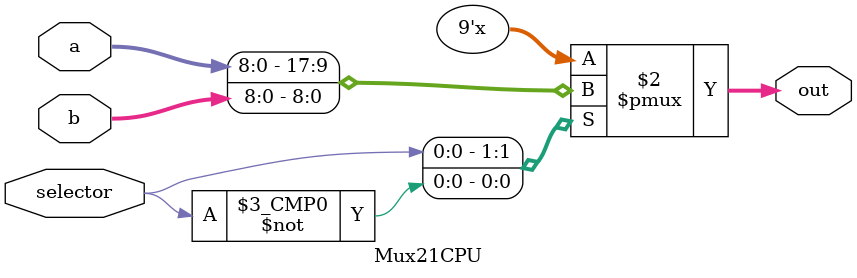
<source format=v>


// `define Wait 3'b000
// `define Decode 3'b001
// `define GetA 3'b010
// `define GetB 3'b011
// `define ExecuteOperation 3'b100
// `define WriteReg 3'b101
// `define Writelmm 3'b110

// NEW STATE ENCODING

// `define Wait 4'b0000

`define RST 5'b00000  // 1st
`define Decode 5'b00001 // 5th
`define GetA 5'b00010
`define GetB 5'b00011
`define GetRd 5'b10111 // load Rd into Register B


`define MOV_Rd_Rm 5'b00100
`define ADD 5'b00101
`define CMP 5'b00110
`define AND 5'b00111 
`define MVN 5'b01000
`define LDR 5'b01001 // LDR branch for loading R[rn] + sx(im5) into register C
`define STR 5'b01010
`define LDR_MEM_DA 5'b01011 // LDR branch for loading R[rn] + sx(im5) into Data Address register
`define LDR_MEM_MDATA 5'b01100 // LDR branch for setting mem_cmd to MREAD and addr_sel to 0 so that mdata gets value from memory
`define LDR_MEM_Rd 5'b01101 // LDR branch for writing M [ R[rn] + sx(im5) ] into Rd


`define STR_MEM_DA 5'b01110 // STR branch for loading R[rn] + sx(im5) into Data Address register
`define STR_MEM_DIN 5'b01111 // STR branch for keeping R[rn] + sx(im5) into Data Address register and changing datapath_out
`define STR_MEM_RAM 5'b10000 // STR branch for loading Rd into address R[rn] + sx(im5) into RAM


`define WriteReg 5'b10001
`define Writelmm 5'b10010

// NEW ADDITIONAL STATES LAB7

`define IF1 5'b10011 // 2nd
`define IF2 5'b10100 // 3rd
`define UpdatePC 5'b10101 // 4th
`define HALT 5'b10110

`define MNONE 2'b00
`define MREAD 2'b01
`define MWRITE 2'b10


module cpu(clk,reset,read_data,write_data,mem_addr,mem_cmd,N,V,Z);
input clk, reset;
input [15:0] read_data; // 16 bits wide
output [15:0] write_data; // 16 bits wide
output [8:0] mem_addr; // 9 bits wide
output [1:0] mem_cmd; // 2 bits wide
output N, V, Z;


wire load_ir; // wire from SM to IR

wire [15:0] IR_out; // wire coming out of instruction register

// Instruction Resister
registerCPU #(16) IR(read_data, load_ir, clk, IR_out);

wire [1:0] nsel; // determins Rn, Rd, Rm // from Controller FSM
wire [2:0] opcode; // to Controller FSM [15:13]
wire [1:0] op; // to Controller FSM [12:11]
wire [2:0] Rn; // register [10:8]
wire [2:0] Rd; // register [7:5]
wire [2:0] Rm; // register [2:0]
wire [2:0] readnum; // comes out of Mux31
wire [2:0] writenum; // comes out of Mux31
wire [1:0] shift; // shift [4:3]
wire [7:0] imm8; // [7:0]
wire [15:0] sximm8; // after sign extend
wire [4:0] imm5; // [4:0]
wire [15:0] sximm5; // after sign extend
wire [1:0] ALUop; // [12:11]

// Instruction Decoder
InstructionDecoder ID(IR_out, nsel, opcode, op, Rn, Rd, Rm, readnum, writenum,
                        shift, imm8, sximm8, imm5, sximm5, ALUop); // Dis good

// wires for StateMachine

wire loada, loadb, loadc, loads, write; // wires connecting from statemachine to datapath

wire [1:0] vsel; // 2 bits wide, connecting statemachine to datapath

wire asel, bsel; // wires connecting from statemachine to datapath

wire addr_sel, load_pc, reset_pc, load_addr;

StateMachine SM(opcode, op, mem_cmd, addr_sel, load_pc, load_ir, reset_pc, load_addr,
                clk, reset, loada, loadb, loadc, loads, asel, bsel, vsel, write, nsel);

// wire [15:0] mdata; // equals read_data input from cpu

wire [8:0] PC; // wire from Program Counter to Mux21 and right most 8 bits to datapath

datapath DP(read_data, sximm8, /*PC,*/ {8'b00000000,PC[7:0]},
                writenum, write, readnum,clk,
                loada, loadb, loadc, loads,
                asel, bsel, sximm5, vsel,
                ALUop,
                shift,
                N,
                V,
                Z,
                write_data); // datapath_out = write_data

// comments for DP I/O's added in datapath.v

wire [8:0] DA_out; // wire from Data Address to Mux21

// instantiation for DataAddress. Holds ??? // NEED TO COMMENT
registerCPU #(9) DataAddress(write_data[8:0], load_addr, clk, DA_out);

Mux21CPU AS(PC, DA_out, addr_sel, mem_addr);

wire [8:0] PC_plus_one; 
assign PC_plus_one = 9'b000000001 + PC; // incrementing PC by one

wire [8:0] next_ProgramCounter; // wire from Mux21 to Program Counter

Mux21CPU RPC(9'b000000000, PC_plus_one, reset_pc, next_ProgramCounter);

registerCPU #(9) ProgramCounter(next_ProgramCounter, load_pc, clk, PC); 


endmodule


module InstructionDecoder(IR_out, nsel, opcode, op, Rn, Rd, Rm, readnum, writenum,
                         shift, imm8, sximm8, imm5, sximm5, ALUop);

input [15:0] IR_out; // wire that comes out of instruction register
input [1:0] nsel; // determins Rn, Rd, Rm // from Controller FSM

output reg[2:0] opcode; // to Controller FSM [15:13]
output reg[1:0] op; // to Controller FSM [12:11]

output reg [2:0] Rn; // register [10:8]
output reg [2:0] Rd; // register [7:5]
output reg [2:0] Rm; // register [2:0]

output [2:0] readnum; // comes out of Mux31
output [2:0] writenum; // comes out of Mux31
output reg [1:0] shift; // shift [4:3]

output reg [7:0] imm8; // [7:0]
output [15:0] sximm8; // after sign extend

output reg [4:0] imm5; // [4:0]
output [15:0] sximm5; // after sign extend

output reg [1:0] ALUop; // [12:11]

// assigning wires 

always @(*) begin // assigned base on bits of IR_out
    
 opcode = IR_out[15:13];
 op = IR_out[12:11];
 Rm = IR_out[2:0];
 Rd = IR_out[7:5];
 Rn = IR_out[10:8];
 shift = IR_out[4:3];
 imm8 = IR_out[7:0];
 imm5 = IR_out[4:0];
 ALUop = IR_out[12:11];

end

Mux31 RegSel(Rm, Rd, Rn, nsel, readnum, writenum); // Determines which register to read/write from
SignExtend_8 SE8(imm8, sximm8); // adds bits to 16
SignExtend_5 SE5(imm5, sximm5); // adds bits to 16

endmodule

module Mux31(a, b, c, selector, r_out, w_out);
input [2:0] a, b, c; // all are 3 bits wide
input [1:0] selector; // need 2 bits
output reg [2:0] r_out; // 3 bits wide 
output reg [2:0] w_out; // 3 bits wide 

always @(*) begin 
    case(selector)
    2'b00: begin
        r_out = a; // if selector is 0, out is a
        w_out = a;
    end
    2'b01: begin 
        r_out = b; // if selector is 1, out is b
        w_out = b;
    end
    2'b10: begin 
        r_out = c; // if selector is 2, out is c
        w_out = c;
    end
    default: begin 
        r_out = 3'bxxx;
        w_out = 3'bxxx;
    end
        
    
    endcase
end
endmodule


module SignExtend_8(tiny, big);
input [7:0] tiny;
output reg [15:0] big;

always @(*) begin
    casex(tiny)
    8'b0xxxxxxx: big = {8'b0, tiny}; // if positive, concatenating 8 zeros to the left
    8'b1xxxxxxx: big = {8'b1, tiny}; // if negative, concatenating 8 ones to the left
    default: big = 16'bxxxxxxxxxxxxxxxx;
    endcase 
end

endmodule

module SignExtend_5(tiny, big);
input [4:0] tiny;
output reg [15:0] big;

always @(*) begin
    casex(tiny)
    5'b0xxxx: big = {11'b0, tiny}; // if positive, concatenating 11 zeros to the left
    5'b1xxxx: big = {11'b1, tiny}; // if negative, concatenating 11 ones to the left
    default: big = 16'bxxxxxxxxxxxxxxxx;
    endcase 
end

endmodule

// STATE MACHINE MODULE
module StateMachine (opcode, op, mem_cmd, addr_sel, load_pc, load_ir, reset_pc, load_addr,
                clk, reset, loada, loadb, loadc, loads, asel, bsel, vsel, write, nsel);

    input [2:0] opcode; // to Controller FSM [15:13]
    input [1:0] op; // to Controller FSM [12:11]
    output [1:0] mem_cmd;
    output addr_sel, load_pc, load_ir, reset_pc, load_addr;
    input clk;
    input reset;
    output loada, loadb, loadc, loads; 
    output write;
    output [1:0] vsel; // 2 bits wide
    output [1:0] nsel; // 2 bits wide
    output asel, bsel;

    wire [4:0] state; // output of moore machine

    // instanting modules

    StateMachine_mooremachine mooremachine(clk,reset,state,opcode,op); // sequential logic for states
    StateMachine_combinational combinational(state, mem_cmd, addr_sel, load_pc, load_ir, reset_pc, load_addr,
                                            loada, loadb, loadc, loads, asel, bsel, vsel, write, nsel); // combinational logic to determine output wires


endmodule

module StateMachine_mooremachine(clk,reset,state,opcode,op);

// Need to declare the wires
    input clk;
    input reset;

    // input s; // for state transition from Wait to Decode
    input [2:0] opcode; // to Controller FSM [15:13]
    input [1:0] op; // to Controller FSM [12:11]

    output [4:0] state;

    // reg declarations
    reg [4:0] present_state; // 4-bit wide being modified in case statements
    reg [4:0] state;         // 4-bit wide being modified at the end


    always @(posedge clk) begin // sequential logic
        
        if (reset) begin
            // present_state = `Wait;
            present_state = `RST;
        end else begin
            case(present_state)
                `RST: begin
                    // if (s == 1'b1)
                    present_state = `IF1;
                end
                `IF1: begin
                    present_state = `IF2;
                end
                `IF2: begin
                    present_state = `UpdatePC;
                end
                `UpdatePC: begin
                    present_state = `Decode;
                  
                end


                // OLD DECODE STATE CASE
                // `Decode: begin 
                //     if (opcode == 3'b110)
                //     present_state = `Writelmm; // transition to Writelmm for MOV Rn#<im8>
                //     else if (opcode == 3'b101)
                //     present_state = `GetA;    // transition to GetA
                //     else 
                //     present_state = `Decode; // invalid opcode stays as same state
                // end

                `Decode: begin 
                    // MOVE INSTRUCTIONS
                    if (opcode == 3'b110 && op == 2'b10)
                    present_state = `Writelmm; // transition to Writelmm for MOV Rn#<im8>
                    else if (opcode == 3'b110 && op == 2'b00)
                    present_state = `GetA; // transition to GetA for MOV Rd,Rm

                    else if (opcode == 3'b011 && op == 2'b00)
                    present_state = `GetA; // transition to GetA (for LDR)
                    else if (opcode == 3'b100 && op == 2'b00)
                    present_state = `GetA; // transition to GetA (for STR)
                    else if (opcode == 3'b111 && op == 2'b00)
                    present_state = `HALT; // transition to HALT and STAY THERE. assert reset manualy to go back to RST


                    // ALU INSTSRUCTIONS (will always go to GetA. But will branch at GetB depending on operation)
                    else if (opcode == 3'b101)
                    present_state = `GetA;    // transition to GetA for ALU operations
                    else 
                    present_state = `Decode; // invalid opcode stays as same state
                end

                // Writelmm branch 
                `Writelmm: present_state = `IF1;  // Always True

/*
                // OLD ALU BRANCH STATE
                // ALU BRANCH
                `GetA: present_state = `GetB; // always true

                `GetB: present_state = `ExecuteOperation; // always true

                `ExecuteOperation: present_state = `WriteReg; 
               
                `WriteReg: present_state = `Wait; // always true
*/            


                // ALU BRANCH + (MOV rd,Rm) !!!!!! NEED TO MAKE NEW STATES  AFTER GETB !!!!!
                // NEED TO ADD NEW STATES: `MOV_Rd_Rm,  `ADD ... 
                // WILL HAVE TO EXTEND STATE ENCODING TO 4 BITS FOR THE 11 STATES
                `GetA: begin
                    if (opcode == 3'b011 && op == 2'b00)
                    present_state = `LDR; // transition to LDR for LDR Rd,[Rn{,#<im5>}]
                    else if (opcode == 3'b100 && op == 2'b00)
                    present_state = `GetRd; // transition to STR for STR Rd,[Rn{,#<im5>}]
                    else
                    present_state = `GetB; // We are not Loading or Storing
                end
                `GetB: begin
                    if (opcode == 3'b110 && op == 2'b00)
                    present_state = `MOV_Rd_Rm; // transition to MOV_Rd_Rm for MOV Rd,Rm
                    else if (opcode == 3'b101 && op == 2'b00)
                    present_state = `ADD; // transition to ADD for ADD Rd,Rn,Rm
                    else if (opcode == 3'b101 && op == 2'b01)
                    present_state = `CMP; // transition to CMP for CMP Rn,Rm
                    else if (opcode == 3'b101 && op == 2'b10)
                    present_state = `AND; // transition to AND for AND Rd,Rn,Rm
                    else if (opcode == 3'b101 && op == 2'b11)
                    present_state = `MVN; // transition to MVN for MVN Rd,Rm  
                    else 
                    present_state = `HALT; // If wrong Opcode / op, goes to HALT state. wait for reset    
                end

                // State transitions after branching from Get B (Previously `ExecuteOperation: present_state = `WriteReg;)
                `MOV_Rd_Rm: present_state = `WriteReg; 

                `ADD: present_state = `WriteReg; 

                `CMP: present_state = `IF1; // Not writing to the register 

                `AND: present_state = `WriteReg; 

                `MVN: present_state = `WriteReg; 

                // writing from memory to register
                `LDR: present_state = `LDR_MEM_DA; // LDR branch for loading R[rn] + sx(im5) into Data Address register

                `LDR_MEM_DA: present_state = `LDR_MEM_MDATA; // LDR branch for setting mem_cmd to MREAD and addr_sel to 0 so that mdata gets value from memory

                `LDR_MEM_MDATA: present_state = `LDR_MEM_Rd; // LDR branch for writing M [ R[rn] + sx(im5) ] into Rd

                `LDR_MEM_Rd: present_state = `IF1; // ending branch for LDR instruction

                // writing from register to memory (STR)
                `GetRd: present_state = `STR; // Go to STR state

                `STR: present_state = `STR_MEM_DA; // STR branch for loading R[rn] + sx(im5) into Data Address register

                `STR_MEM_DA: present_state = `STR_MEM_DIN; // STR branch for keeping R[rn] + sx(im5) into Data Address register and changing datapath_out
                
                `STR_MEM_DIN: present_state = `STR_MEM_RAM; // STR branch for loading Rd into address R[rn] + sx(im5) into RAM

                `STR_MEM_RAM: present_state = `IF1; // ending branch for STR instruction


                // transition from writereg state
                `WriteReg: present_state = `IF1; // always true

                `HALT: present_state = `HALT; // always true

                default: present_state = 5'bxxxxx;

            endcase           
    
        end

        state = present_state; // update the output wire 

    end

endmodule

module StateMachine_combinational(state, mem_cmd, addr_sel, load_pc, load_ir, reset_pc, load_addr,
                                loada, loadb, loadc, loads, asel, bsel, vsel, write, nsel);

    // here we check for what state we are in to output corresponding output value
    input [4:0] state;

    output reg [1:0] mem_cmd;
    output reg addr_sel, load_pc, load_ir, reset_pc, load_addr;
    output reg loada, loadb, loadc, loads; 
    output reg write;
    output reg [1:0] vsel; // 2 bits wide
    output reg [1:0] nsel; // 2 bits wide
    output reg asel, bsel;

    always @(*) begin
        
        case(state)

        // RST state
        `RST: begin 
            nsel = 2'b00; // deassert nsel
            vsel = 2'b00; // deassert vsel
            write = 1'b0; // deassert write
            loada = 1'b0; // deassert
            loadb = 1'b0; // deassert
            loadc = 1'b0; // deassert
            loads = 1'b0; // deassert
            asel = 1'b1; // default 16'b0
            bsel = 1'b1; // sximm5

            reset_pc = 1'b1; // to input zero into the program counter register
            load_pc = 1'b1; // to load the zero value into the program counter register

            mem_cmd = `MNONE; // Not reading or writing
            addr_sel = 1'b0; // mem_addr is DA_out
            load_ir = 1'b0; // not loading instruction register with instruction from read_data
            
            // If wrong, might need an extra state for clk
            load_addr = 1'b0; // NO enable loading into Data Address. 
           
        end   
             
        // IF1 state
        `IF1: begin 
            nsel = 2'b00; // deassert nsel
            vsel = 2'b00; // deassert vsel
            write = 1'b0; // deassert write
            loada = 1'b0; // deassert
            loadb = 1'b0; // deassert
            loadc = 1'b0; // deassert
            loads = 1'b0; // deassert
            asel = 1'b1; // default 16'b0
            bsel = 1'b1; // sximm5

            reset_pc = 1'b0; // to select the incremented program counter to store in PC register
            load_pc = 1'b0; // not loading the value into the PC register
            
            mem_cmd = `MREAD; // reading 
            addr_sel = 1'b1; // mem_addr is PC
            load_ir = 1'b0; // not loading instruction register with instruction from read_data

            // If wrong, might need an extra state for clk
            load_addr = 1'b0; // NO enable loading into Data Address.


            // if (opcode == 3'b011 && op == 2'b00) begin
            //   mem_cmd = `MWRITE;  
            // end
            // else begin
            // end

        end        

        `IF2: begin 
            nsel = 2'b00; // deassert nsel
            vsel = 2'b00; // deassert vsel
            write = 1'b0; // deassert write
            loada = 1'b0; // deassert
            loadb = 1'b0; // deassert
            loadc = 1'b0; // deassert
            loads = 1'b0; // deassert
            asel = 1'b1; // default 16'b0
            bsel = 1'b1; // sximm5

            reset_pc = 1'b0; // to select the incremented program counter to store in PC register
            load_pc = 1'b0; // not loading the value into the PC register

            mem_cmd = `MREAD; // reading
            addr_sel = 1'b1; // mem_addr is PC
            load_ir = 1'b1; // loading instruction register with instruction from read_data

            // If wrong, might need an extra state for clk
            load_addr = 1'b0; // NO enable loading into Data Address.    
            
        end 

        `UpdatePC: begin 
            nsel = 2'b00; // deassert nsel
            vsel = 2'b00; // deassert vsel
            write = 1'b0; // deassert write
            loada = 1'b0; // deassert
            loadb = 1'b0; // deassert
            loadc = 1'b0; // deassert
            loads = 1'b0; // deassert
            asel = 1'b1; // default 16'b0
            bsel = 1'b1; // sximm5

            reset_pc = 1'b0; // to select the incremented program counter to store in PC register
            load_pc = 1'b1; // to load the value into the PC register

            mem_cmd = `MNONE; // Not reading or writing
            addr_sel = 1'b0; // mem_addr is DA_out
            load_ir = 1'b0; // not loading instruction register with instruction from read_data

            // If wrong, might need an extra state for clk
            load_addr = 1'b0; // NO enable loading into Data Address. 


        
            
        end               

        // Decode state
        `Decode: begin
            nsel = 2'b00; // deassert nsel
            vsel = 2'b01; // deassert vsel
            write = 1'b0; // not writing in this state
            loada = 1'b0; // not loading in this state
            loadb = 1'b0; // not loading in this state
            loadc = 1'b0; // not loading in this state
            loads = 1'b0; // not loading in this state
            asel = 1'b1; // default 16'b0
            bsel = 1'b1; // sximm5

            reset_pc = 1'b0; // to select the incremented program counter to store in PC register
            load_pc = 1'b0; // not loading the value into the PC register

            mem_cmd = `MNONE; // Not reading or writing
            addr_sel = 1'b0; // mem_addr is DA_out
            load_ir = 1'b0; // not loading instruction register with instruction from read_data

            // If wrong, might need an extra state for clk
            load_addr = 1'b0; // NO enable loading into Data Address. 

        end

        // *** MOV BRANCH ***
        `Writelmm: begin
            asel = 1'b1; // default 16'b0
            bsel = 1'b1; // sximm5
            loada = 1'b0; // not loading so deassert
            loadb = 1'b0; // not loading so deassert
            loadc = 1'b0; // not writing from datapath_out. writing from immdiate
            loads = 1'b0; // not checking status

            nsel = 2'b10; // To choose Rn from Mux31 (for loading), need nsel = 2
            vsel = 2'b01; // vsel = 1 to select sximm8
            write = 1'b1; // enable write to register

            reset_pc = 1'b0; // to select the incremented program counter to store in PC register
            load_pc = 1'b0; // not loading the value into the PC register

            mem_cmd = `MNONE; // Not reading or writing
            addr_sel = 1'b0; // mem_addr is DA_out
            load_ir = 1'b0; // not loading instruction register with instruction from read_data

            // If wrong, might need an extra state for clk
            load_addr = 1'b0; // NO enable loading into Data Address. 


        end

        // *** ALU BRANCH + MOV_Rd_Rm BRANCH *** 

        // Executing Operation States (ADD/AND Rd, Rn, Rm) -> need to load Rn and Rm, then store in Rd
        `GetA: begin
            write = 1'b0; // deassert as we are loading b
            asel = 1'b0;  // doesent matter as we are not loading c
            bsel = 1'b0;  // doesent matter as we are not loading c
            vsel = 2'b01; // doesent matter as write is off
            loadb = 1'b0; // deassert
            loadc = 1'b0; // deassert
            loads = 1'b0; // deassert

            nsel = 2'b10; // To choose Rn from Mux31, need nsel = 2
            loada = 1'b1; // loading into a

            reset_pc = 1'b0; // to select the incremented program counter to store in PC register
            load_pc = 1'b0; // not loading the value into the PC register
            
            mem_cmd = `MNONE; // Not reading or writing
            addr_sel = 1'b0; // mem_addr is DA_out
            load_ir = 1'b0; // not loading instruction register with instruction from read_data

            // If wrong, might need an extra state for clk
            load_addr = 1'b0; // NO enable loading into Data Address. 


        end

        `GetB: begin 
            write = 1'b0; // deassert as we are loading b
            asel = 1'b0;  // doesent matter as we are not loading c
            bsel = 1'b0;  // doesent matter as we are not loading c
            vsel = 2'b01; // doesent matter as write is off
            loadc = 1'b0; // deassert
            loads = 1'b0; // deassert
            loada = 1'b0; // deassert

            nsel = 2'b00; // To choose Rm from Mux31, need nsel = 0
            loadb = 1'b1; // loading into b

            reset_pc = 1'b0; // to select the incremented program counter to store in PC register
            load_pc = 1'b0; // not loading the value into the PC register

            mem_cmd = `MNONE; // Not reading or writing
            addr_sel = 1'b0; // mem_addr is DA_out
            load_ir = 1'b0; // not loading instruction register with instruction from read_data

            load_addr = 1'b0; // NO enable loading into Data Address. 
        end

        // storing Rd into Register B
        `GetRd: begin 
            write = 1'b0; // deassert as we are loading b
            asel = 1'b0;  // doesent matter as we are not loading c
            bsel = 1'b0;  // doesent matter as we are not loading c
            vsel = 2'b01; // doesent matter as write is off
            loadc = 1'b0; // deassert
            loads = 1'b0; // deassert
            loada = 1'b0; // deassert

            nsel = 2'b01; // To choose Rd from Mux31, need nsel = 1
            loadb = 1'b1; // loading into b

            reset_pc = 1'b0; // to select the incremented program counter to store in PC register
            load_pc = 1'b0; // not loading the value into the PC register

            mem_cmd = `MNONE; // Not reading or writing
            addr_sel = 1'b0; // mem_addr is DA_out
            load_ir = 1'b0; // not loading instruction register with instruction from read_data

            // If wrong, might need an extra state for clk
            load_addr = 1'b0; // NO enable loading into Data Address. 
        end

        // State transitions from GetB // NEW !!
        
        // *** MOV BRANCH ***
        `MOV_Rd_Rm: begin
            loada = 1'b0; // deassert to prevent loading
            loadb = 1'b0; // deassert to prevent loading
            write = 1'b0; // deassert
            vsel = 2'b01; // doesnt matter as write is off
            nsel = 2'b00; // doesnt matter as load a/b is off
        
            asel = 1'b1; // we need to add 0 in order to get B into C after adding
            bsel = 1'b0; // Bin = Rm
            loadc = 1'b1; // store into c
            loads = 1'b0; // not checking status

            reset_pc = 1'b0; // to select the incremented program counter to store in PC register
            load_pc = 1'b0; // not loading the value into the PC register

            mem_cmd = `MNONE; // Not reading or writing
            addr_sel = 1'b0; // mem_addr is DA_out
            load_ir = 1'b0; // not loading instruction register with instruction from read_data

            // If wrong, might need an extra state for clk
            load_addr = 1'b0; // NO enable loading into Data Address. 
        end
        // *** ALU BRANCH ***
        `ADD: begin
            loada = 1'b0; // deassert to prevent loading
            loadb = 1'b0; // deassert to prevent loading
            write = 1'b0; // deassert
            vsel = 2'b01; // doesnt matter as write is off
            nsel = 2'b00; // doesnt matter as load a/b is off
        
            asel = 1'b0; // Need both A and B 
            bsel = 1'b0; // Need both A and B 
            loadc = 1'b1; // store into c
            loads = 1'b0; // not checking status

            reset_pc = 1'b0; // to select the incremented program counter to store in PC register
            load_pc = 1'b0; // not loading the value into the PC register

            mem_cmd = `MNONE; // Not reading or writing
            addr_sel = 1'b0; // mem_addr is DA_out
            load_ir = 1'b0; // not loading instruction register with instruction from read_data

            // If wrong, might need an extra state for clk
            load_addr = 1'b0; // NO enable loading into Data Address. 
        end 
        // *** ALU BRANCH ***
        `CMP: begin
            loada = 1'b0; // deassert to prevent loading
            loadb = 1'b0; // deassert to prevent loading
            write = 1'b0; // deassert
            vsel = 2'b01; // doesnt matter as write is off
            nsel = 2'b00; // doesnt matter as load a/b is off

            asel = 1'b0; // Need both A and B 
            bsel = 1'b0; // Need both A and B 
            loadc = 1'b0; // WE DO NOT STORE INTO REGISTER FOR CMP
            loads = 1'b1; // WE ARE CHECKING STATUS

            reset_pc = 1'b0; // to select the incremented program counter to store in PC register
            load_pc = 1'b0; // not loading the value into the PC register

            mem_cmd = `MNONE; // Not reading or writing
            addr_sel = 1'b0; // mem_addr is DA_out
            load_ir = 1'b0; // not loading instruction register with instruction from read_data

            // If wrong, might need an extra state for clk
            load_addr = 1'b0; // NO enable loading into Data Address. 
        end
        // *** ALU BRANCH ***
        `AND: begin
            loada = 1'b0; // deassert to prevent loading
            loadb = 1'b0; // deassert to prevent loading
            write = 1'b0; // deassert
            vsel = 2'b01; // doesnt matter as write is off
            nsel = 2'b00; // doesnt matter as load a/b is off
        
            asel = 1'b0; // Need both A and B 
            bsel = 1'b0; // Need both A and B 
            loadc = 1'b1; // store into c
            loads = 1'b0; // not checking status

            reset_pc = 1'b0; // to select the incremented program counter to store in PC register
            load_pc = 1'b0; // not loading the value into the PC register

            mem_cmd = `MNONE; // Not reading or writing
            addr_sel = 1'b0; // mem_addr is DA_out
            load_ir = 1'b0; // not loading instruction register with instruction from read_data

            // If wrong, might need an extra state for clk
            load_addr = 1'b0; // NO enable loading into Data Address. 
        end 
        // *** ALU BRANCH ***
        `MVN: begin
            loada = 1'b0; // deassert to prevent loading
            loadb = 1'b0; // deassert to prevent loading
            write = 1'b0; // deassert
            vsel = 2'b01; // doesnt matter as write is off
            nsel = 2'b00; // doesnt matter as load a/b is off
        
            asel = 1'b1; // Do not need A
            bsel = 1'b0; // Only need  B 
            loadc = 1'b1; // store into c
            loads = 1'b0; // not checking status

            reset_pc = 1'b0; // to select the incremented program counter to store in PC register
            load_pc = 1'b0; // not loading the value into the PC register

            mem_cmd = `MNONE; // Not reading or writing
            addr_sel = 1'b0; // mem_addr is DA_out
            load_ir = 1'b0; // not loading instruction register with instruction from read_data

            // If wrong, might need an extra state for clk
            load_addr = 1'b0; // NO enable loading into Data Address. 
        end

        `LDR: begin
            nsel = 2'b10; // doesn't matter as we have already have Rn in register A from GetA
            vsel = 2'b01; // doesn't matter as we are not writing
            write = 1'b0; // deassert write
            loada = 1'b0; // deassert
            loadb = 1'b0; // deassert
            loadc = 1'b1; // store R[Rn]+sx(im5) into c
            loads = 1'b0; // deassert
            asel = 1'b0; // get value from Register A
            bsel = 1'b1; // get sximm5

            reset_pc = 1'b0; // to select the incremented program counter to store in PC register
            load_pc = 1'b0; // not loading the value into the PC register

            mem_cmd = `MNONE; // not reading from memory yet
            addr_sel = 1'b0; // mem_addr is DA_out
            load_ir = 1'b0; // not loading instruction register with instruction from read_data

            // If wrong, might need an extra state for clk
            load_addr = 1'b0; // NO enable loading into Data Address. 
        end

        `LDR_MEM_DA: begin 
            nsel = 2'b10; // doesn't matter as we have already have Rn in register A from GetA
            vsel = 2'b01; // doesn't matter as we are not writing
            write = 1'b0; // deassert write
            loada = 1'b0; // deassert
            loadb = 1'b0; // deassert
            loadc = 1'b0; // not loading
            loads = 1'b0; // deassert
            asel = 1'b0; // get value from Register A 
            bsel = 1'b0; // doesnt matter

            reset_pc = 1'b0; // to select the incremented program counter to store in PC register
            load_pc = 1'b0; // not loading the value into the PC register

            mem_cmd = `MNONE; // not reading from memory yet
            addr_sel = 1'b0; // mem_addr is DA_out
            load_ir = 1'b0; // not loading instruction register with instruction from read_data

            load_addr = 1'b1; // loading R[rn] + sx(im5) into Data Address
        end

        `LDR_MEM_MDATA: begin 
            nsel = 2'b10; // doesn't matter as we have already have Rn in register A from GetA
            vsel = 2'b01; // doesn't matter as we are not writing
            write = 1'b0; // deassert write
            loada = 1'b0; // deassert
            loadb = 1'b0; // deassert
            loadc = 1'b0; // not loading
            loads = 1'b0; // deassert
            asel = 1'b0; // get value from Register A 
            bsel = 1'b0; // doesnt matter

            reset_pc = 1'b0; // to select the incremented program counter to store in PC register
            load_pc = 1'b0; // not loading the value into the PC register

            mem_cmd = `MREAD; // reading from memory to get M [ R[rn] + sx(im5) ] into mdata
            addr_sel = 1'b0; // mem_addr is DA_out
            load_ir = 1'b0; // not loading instruction register with instruction from read_data

            load_addr = 1'b0; // keep R[rn] + sx(im5) in Data Address
        end

        `LDR_MEM_Rd: begin 
            nsel = 2'b01; // writing to register Rd
            vsel = 2'b00; // writing from mdata
            write = 1'b1; // writing to register Rd
            loada = 1'b0; // deassert
            loadb = 1'b0; // deassert
            loadc = 1'b0; // not loading
            loads = 1'b0; // deassert
            asel = 1'b0; // get value from Register A 
            bsel = 1'b0; // doesnt matter

            reset_pc = 1'b0; // to select the incremented program counter to store in PC register
            load_pc = 1'b0; // not loading the value into the PC register

            mem_cmd = `MREAD; // reading from memory to get M [ R[rn] + sx(im5) ] into mdata
            addr_sel = 1'b0; // mem_addr is DA_out
            load_ir = 1'b0; // not loading instruction register with instruction from read_data

            load_addr = 1'b0; // keep R[rn] + sx(im5) in Data Address
        end
        

        `STR: begin
            nsel = 2'b01; // doesn't matter as we have already have Rd in register B from GetRd
            vsel = 2'b01; // doesn't matter as we are not writing to register
            write = 1'b0; // deassert write
            loada = 1'b0; // deassert
            loadb = 1'b0; // deassert
            loadc = 1'b1; // store R[Rn]+sx(im5) into c
            loads = 1'b0; // deassert
            asel = 1'b0; // trying to get value from Register A
            bsel = 1'b1; // sximm5

            reset_pc = 1'b0; // to select the incremented program counter to store in PC register
            load_pc = 1'b0; // not loading the value into the PC register

            mem_cmd = `MNONE; // Not reading or writing YET
            addr_sel = 1'b0; // mem_addr is DA_out
            load_ir = 1'b0; // not loading instruction register with instruction from read_data

            load_addr = 1'b0; // NO enable loading into Data Address. 
        end

        `STR_MEM_DA: begin
            nsel = 2'b01; // doesn't matter as we have already have Rd in register B from GetRd
            vsel = 2'b01; // doesn't matter as we are not writing to register
            write = 1'b0; // deassert write
            loada = 1'b0; // deassert
            loadb = 1'b0; // deassert
            loadc = 1'b0; // deassert
            loads = 1'b0; // deassert
            asel = 1'b0; // trying to get value from Register A
            bsel = 1'b1; // sximm5

            reset_pc = 1'b0; // to select the incremented program counter to store in PC register
            load_pc = 1'b0; // not loading the value into the PC register

            mem_cmd = `MNONE; // Not reading or writing YET
            addr_sel = 1'b0; // mem_addr is DA_out
            load_ir = 1'b0; // not loading instruction register with instruction from read_data

            load_addr = 1'b1; // loading R[rn] + sx(im5) into Data Address
        end

        `STR_MEM_DIN: begin
            nsel = 2'b01; // doesn't matter as we have already have Rd in register B from GetRd
            vsel = 2'b01; // doesn't matter as we are not writing to register
            write = 1'b0; // deassert write
            loada = 1'b0; // deassert
            loadb = 1'b0; // deassert
            loadc = 1'b1; // load Rd into Register C
            loads = 1'b0; // deassert
            asel = 1'b1; // Ain = 0 because we only want Rd
            bsel = 1'b0; // selecting Rd from register B

            reset_pc = 1'b0; // to select the incremented program counter to store in PC register
            load_pc = 1'b0; // not loading the value into the PC register

            mem_cmd = `MNONE; // Not reading or writing YET (need Din in next state)
            addr_sel = 1'b0; // mem_addr is DA_out
            load_ir = 1'b0; // not loading instruction register with instruction from read_data

            load_addr = 1'b0; // keep R[rn] + sx(im5) in Data Address
        end

        `STR_MEM_RAM: begin
            nsel = 2'b01; // doesn't matter as we have already have Rd in register B from GetRd
            vsel = 2'b01; // doesn't matter as we are not writing to register
            write = 1'b0; // deassert write
            loada = 1'b0; // deassert
            loadb = 1'b0; // deassert
            loadc = 1'b0; // deassert
            loads = 1'b0; // deassert
            asel = 1'b1; // Ain = 0 because we only want Rd
            bsel = 1'b0; // selecting Rd from register B

            reset_pc = 1'b0; // to select the incremented program counter to store in PC register
            load_pc = 1'b0; // not loading the value into the PC register

            mem_cmd = `MWRITE; // Not reading or writing YET (need Din in next state)
            addr_sel = 1'b0; // mem_addr is DA_out
            load_ir = 1'b0; // not loading instruction register with instruction from read_data

            load_addr = 1'b0; // keep R[rn] + sx(im5) in Data Address
        end



        // OLD ExecuteOperation state
        // `ExecuteOperation: begin
        //     loada = 1'b0; // deassert to prevent loading
        //     loadb = 1'b0; // deassert to prevent loading
        //     write = 1'b0; // deassert
        //     vsel = 2'b01; // doesnt matter as write is off
        //     nsel = 2'b00; // doesnt matter as load a/b is off
        //     w = 1'b0;
        
        //     asel = 1'b0; 
        //     bsel = 1'b0;
        //     loadc = 1'b1; // store into c
        //     loads = 1'b1; // store into status
       
        // end


        // Don't need ALUop,shift,readnum,writenum, as these are already conneced from 
        // instruction register to Datapath
        // ALUop determines the operation     



        `WriteReg: begin
            loada = 1'b0; // deassert
            loadb = 1'b0; // deassert
            asel = 1'b0; // deassert
            bsel = 1'b0; // deassert

            nsel = 2'b01; // To choose Rd from Mux31, need nsel = 1
            vsel = 2'b11; // To choose C which is datapath_out
            loadc = 1'b0; // deassert
            loads = 1'b0; // deassert
            write = 1'b1; // enable write

            reset_pc = 1'b0; // to select the incremented program counter to store in PC register
            load_pc = 1'b0; // not loading the value into the PC register

            mem_cmd = `MNONE; // Not reading or writing
            addr_sel = 1'b0; // mem_addr is DA_out
            load_ir = 1'b0; // not loading instruction register with instruction from read_data

            // If wrong, might need an extra state for clk
            load_addr = 1'b0; // NO enable loading into Data Address. 

        end

        `HALT: begin
            loada = 1'b0; // deassert
            loadb = 1'b0; // deassert
            asel = 1'b0; // deassert
            bsel = 1'b0; // deassert

            nsel = 2'b01; // dosent matter
            vsel = 2'b11; // dosent matter
            loadc = 1'b0; // deassert
            loads = 1'b0; // deassert
            write = 1'b0; // deassert

            reset_pc = 1'b0; // to select the incremented program counter to store in PC register
            load_pc = 1'b0; // not loading the value into the PC register

            mem_cmd = `MNONE; // Not reading or writing
            addr_sel = 1'b0; // mem_addr is DA_out
            load_ir = 1'b0; // not loading instruction register with instruction from read_data

            // If wrong, might need an extra state for clk
            load_addr = 1'b0; // NO enable loading into Data Address. 

        end



        default: begin 
            nsel = 2'bxx;
            vsel = 2'bxx;
            write = 1'bx;
            loada = 1'bx;
            loadb = 1'bx;
            loadc = 1'bx;
            loads = 1'bx;
            asel = 1'bx;
            bsel = 1'bx;

            reset_pc = 1'bx;
            load_pc = 1'bx;
            mem_cmd = 2'bxx; 
            addr_sel = 1'bx; 
            load_ir = 1'bx;
            load_addr = 1'bx; 

        end
        endcase   
    end
endmodule

// same logic as module register in regfile.v
module registerCPU(data_in,load,clk,R);
parameter n = 1;
input [n-1:0]data_in;
input load;
input clk;
output [n-1:0]R;

wire [n-1:0]next_state_R;

vDFFregCPU #(n) v0(clk, next_state_R, R); //is the flip-flop, the assign statement below is the MUX
assign next_state_R = load ? data_in : R; //(MUX) if load is 1, then data_in , if load is 0, then R0

endmodule

module vDFFregCPU(clk, in, out) ;  // changed name to vDFFreg from vDFF
  parameter n = 1; // width
  input clk ;
  input [n-1:0] in ;
  output [n-1:0] out ;
  reg [n-1:0] out ;

  always @(posedge clk)
    out = in ; //makes the next_state_R the out (present_state)
endmodule

module Mux21CPU(a, b, selector, out);
input [8:0] a, b;
input selector;
output reg [8:0] out;

always @(*) begin 
    case(selector)
    1'b1: out = a; // if selector is 1, out is a
    1'b0: out = b; // if selector is 0, out is b
    endcase
end
endmodule
</source>
